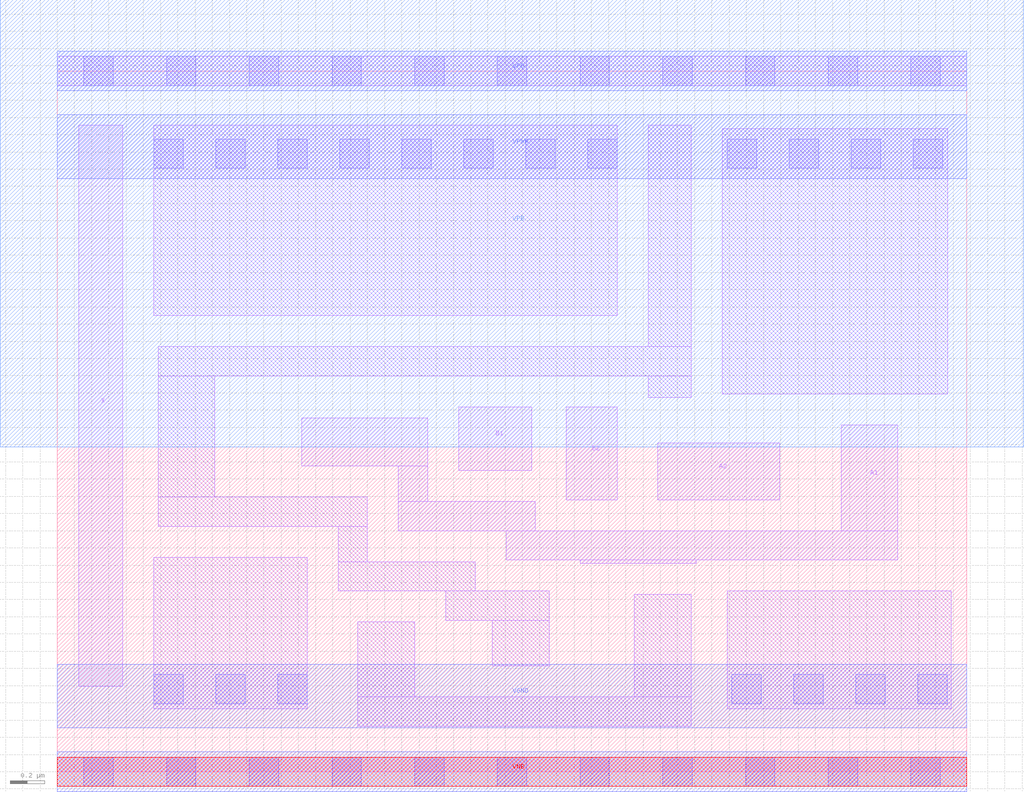
<source format=lef>
# Copyright 2020 The SkyWater PDK Authors
#
# Licensed under the Apache License, Version 2.0 (the "License");
# you may not use this file except in compliance with the License.
# You may obtain a copy of the License at
#
#     https://www.apache.org/licenses/LICENSE-2.0
#
# Unless required by applicable law or agreed to in writing, software
# distributed under the License is distributed on an "AS IS" BASIS,
# WITHOUT WARRANTIES OR CONDITIONS OF ANY KIND, either express or implied.
# See the License for the specific language governing permissions and
# limitations under the License.
#
# SPDX-License-Identifier: Apache-2.0

VERSION 5.7 ;
  NOWIREEXTENSIONATPIN ON ;
  DIVIDERCHAR "/" ;
  BUSBITCHARS "[]" ;
MACRO sky130_fd_sc_hvl__o22a_1
  CLASS CORE ;
  FOREIGN sky130_fd_sc_hvl__o22a_1 ;
  ORIGIN  0.000000  0.000000 ;
  SIZE  5.280000 BY  4.070000 ;
  SYMMETRY X Y ;
  SITE unithv ;
  PIN A1
    ANTENNAGATEAREA  1.125000 ;
    DIRECTION INPUT ;
    USE SIGNAL ;
    PORT
      LAYER li1 ;
        RECT 1.420000 1.775000 2.150000 2.055000 ;
        RECT 1.980000 1.400000 2.775000 1.570000 ;
        RECT 1.980000 1.570000 2.150000 1.775000 ;
        RECT 2.605000 1.230000 4.880000 1.400000 ;
        RECT 3.035000 1.210000 3.710000 1.230000 ;
        RECT 4.550000 1.400000 4.880000 2.015000 ;
    END
  END A1
  PIN A2
    ANTENNAGATEAREA  1.125000 ;
    DIRECTION INPUT ;
    USE SIGNAL ;
    PORT
      LAYER li1 ;
        RECT 3.485000 1.580000 4.195000 1.910000 ;
    END
  END A2
  PIN B1
    ANTENNAGATEAREA  1.125000 ;
    DIRECTION INPUT ;
    USE SIGNAL ;
    PORT
      LAYER li1 ;
        RECT 2.330000 1.750000 2.755000 2.120000 ;
    END
  END B1
  PIN B2
    ANTENNAGATEAREA  1.125000 ;
    DIRECTION INPUT ;
    USE SIGNAL ;
    PORT
      LAYER li1 ;
        RECT 2.955000 1.580000 3.250000 2.120000 ;
    END
  END B2
  PIN X
    ANTENNADIFFAREA  0.641250 ;
    DIRECTION OUTPUT ;
    USE SIGNAL ;
    PORT
      LAYER li1 ;
        RECT 0.125000 0.495000 0.380000 3.755000 ;
    END
  END X
  PIN VGND
    DIRECTION INOUT ;
    USE GROUND ;
    PORT
      LAYER met1 ;
        RECT 0.000000 0.255000 5.280000 0.625000 ;
    END
  END VGND
  PIN VNB
    DIRECTION INOUT ;
    USE GROUND ;
    PORT
      LAYER met1 ;
        RECT 0.000000 -0.115000 5.280000 0.115000 ;
      LAYER pwell ;
        RECT 0.000000 -0.085000 5.280000 0.085000 ;
    END
  END VNB
  PIN VPB
    DIRECTION INOUT ;
    USE POWER ;
    PORT
      LAYER met1 ;
        RECT 0.000000 3.955000 5.280000 4.185000 ;
      LAYER nwell ;
        RECT -0.330000 1.885000 5.610000 4.485000 ;
    END
  END VPB
  PIN VPWR
    DIRECTION INOUT ;
    USE POWER ;
    PORT
      LAYER met1 ;
        RECT 0.000000 3.445000 5.280000 3.815000 ;
    END
  END VPWR
  OBS
    LAYER li1 ;
      RECT 0.000000 -0.085000 5.280000 0.085000 ;
      RECT 0.000000  3.985000 5.280000 4.155000 ;
      RECT 0.560000  0.365000 1.450000 1.245000 ;
      RECT 0.560000  2.650000 3.250000 3.755000 ;
      RECT 0.585000  1.425000 1.800000 1.595000 ;
      RECT 0.585000  1.595000 0.915000 2.300000 ;
      RECT 0.585000  2.300000 3.680000 2.470000 ;
      RECT 1.630000  1.050000 2.425000 1.220000 ;
      RECT 1.630000  1.220000 1.800000 1.425000 ;
      RECT 1.745000  0.265000 3.680000 0.435000 ;
      RECT 1.745000  0.435000 2.075000 0.870000 ;
      RECT 2.255000  0.880000 2.855000 1.050000 ;
      RECT 2.525000  0.615000 2.855000 0.880000 ;
      RECT 3.350000  0.435000 3.680000 1.030000 ;
      RECT 3.430000  2.175000 3.680000 2.300000 ;
      RECT 3.430000  2.470000 3.680000 3.755000 ;
      RECT 3.860000  2.195000 5.170000 3.735000 ;
      RECT 3.890000  0.365000 5.190000 1.050000 ;
    LAYER mcon ;
      RECT 0.155000 -0.085000 0.325000 0.085000 ;
      RECT 0.155000  3.985000 0.325000 4.155000 ;
      RECT 0.560000  0.395000 0.730000 0.565000 ;
      RECT 0.560000  3.505000 0.730000 3.675000 ;
      RECT 0.635000 -0.085000 0.805000 0.085000 ;
      RECT 0.635000  3.985000 0.805000 4.155000 ;
      RECT 0.920000  0.395000 1.090000 0.565000 ;
      RECT 0.920000  3.505000 1.090000 3.675000 ;
      RECT 1.115000 -0.085000 1.285000 0.085000 ;
      RECT 1.115000  3.985000 1.285000 4.155000 ;
      RECT 1.280000  0.395000 1.450000 0.565000 ;
      RECT 1.280000  3.505000 1.450000 3.675000 ;
      RECT 1.595000 -0.085000 1.765000 0.085000 ;
      RECT 1.595000  3.985000 1.765000 4.155000 ;
      RECT 1.640000  3.505000 1.810000 3.675000 ;
      RECT 2.000000  3.505000 2.170000 3.675000 ;
      RECT 2.075000 -0.085000 2.245000 0.085000 ;
      RECT 2.075000  3.985000 2.245000 4.155000 ;
      RECT 2.360000  3.505000 2.530000 3.675000 ;
      RECT 2.555000 -0.085000 2.725000 0.085000 ;
      RECT 2.555000  3.985000 2.725000 4.155000 ;
      RECT 2.720000  3.505000 2.890000 3.675000 ;
      RECT 3.035000 -0.085000 3.205000 0.085000 ;
      RECT 3.035000  3.985000 3.205000 4.155000 ;
      RECT 3.080000  3.505000 3.250000 3.675000 ;
      RECT 3.515000 -0.085000 3.685000 0.085000 ;
      RECT 3.515000  3.985000 3.685000 4.155000 ;
      RECT 3.890000  3.505000 4.060000 3.675000 ;
      RECT 3.915000  0.395000 4.085000 0.565000 ;
      RECT 3.995000 -0.085000 4.165000 0.085000 ;
      RECT 3.995000  3.985000 4.165000 4.155000 ;
      RECT 4.250000  3.505000 4.420000 3.675000 ;
      RECT 4.275000  0.395000 4.445000 0.565000 ;
      RECT 4.475000 -0.085000 4.645000 0.085000 ;
      RECT 4.475000  3.985000 4.645000 4.155000 ;
      RECT 4.610000  3.505000 4.780000 3.675000 ;
      RECT 4.635000  0.395000 4.805000 0.565000 ;
      RECT 4.955000 -0.085000 5.125000 0.085000 ;
      RECT 4.955000  3.985000 5.125000 4.155000 ;
      RECT 4.970000  3.505000 5.140000 3.675000 ;
      RECT 4.995000  0.395000 5.165000 0.565000 ;
  END
END sky130_fd_sc_hvl__o22a_1
END LIBRARY

</source>
